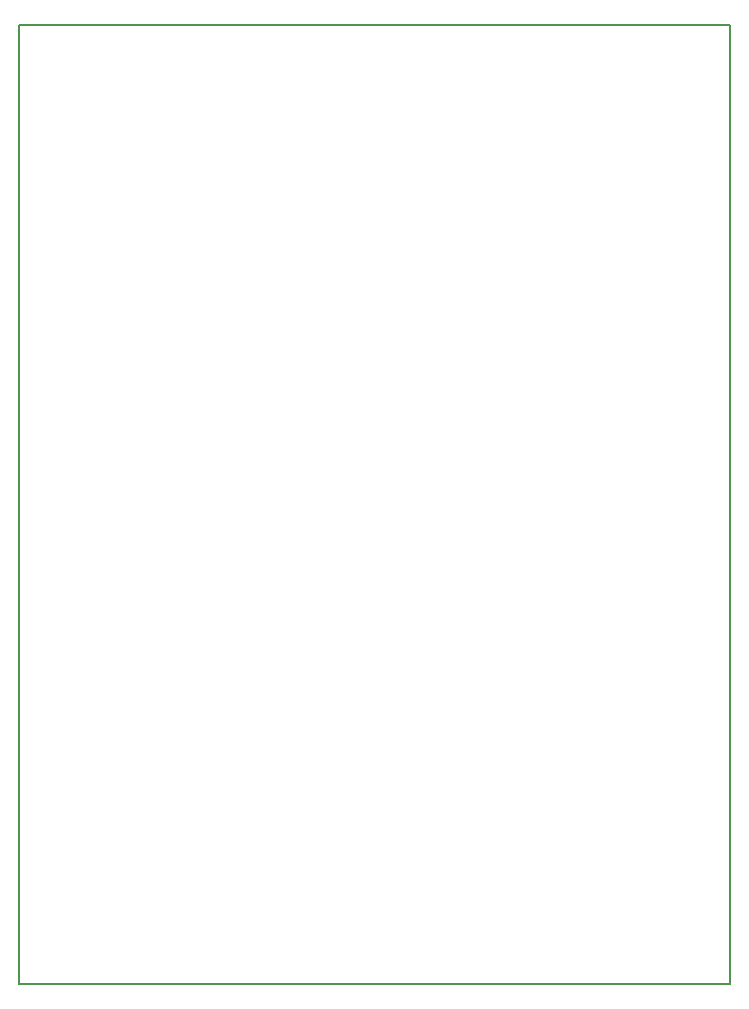
<source format=gbo>
G04 MADE WITH FRITZING*
G04 WWW.FRITZING.ORG*
G04 DOUBLE SIDED*
G04 HOLES PLATED*
G04 CONTOUR ON CENTER OF CONTOUR VECTOR*
%ASAXBY*%
%FSLAX23Y23*%
%MOIN*%
%OFA0B0*%
%SFA1.0B1.0*%
%ADD10R,2.378240X3.202810X2.362240X3.186810*%
%ADD11C,0.008000*%
%LNSILK0*%
G90*
G70*
G54D11*
X4Y3199D02*
X2374Y3199D01*
X2374Y4D01*
X4Y4D01*
X4Y3199D01*
D02*
G04 End of Silk0*
M02*
</source>
